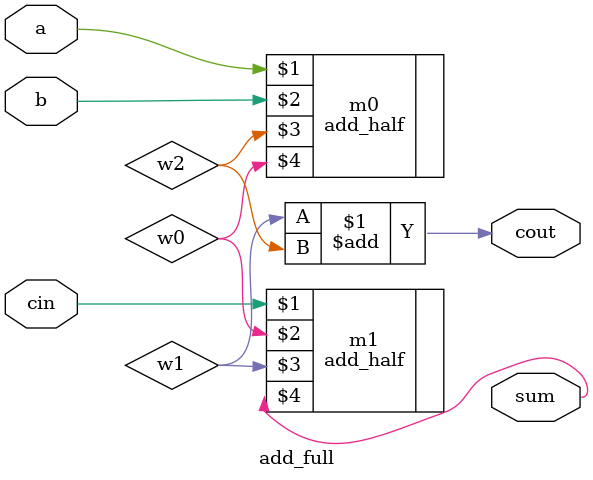
<source format=v>
module add_full(a, b, cin, cout, sum);
    input a, b, cin;
    output cout, sum;
    wire w0, w1, w2;

    add_half m0(a, b, w2, w0);
    add_half m1(cin, w0, w1, sum);

    assign cout = w1 + w2;
endmodule
</source>
